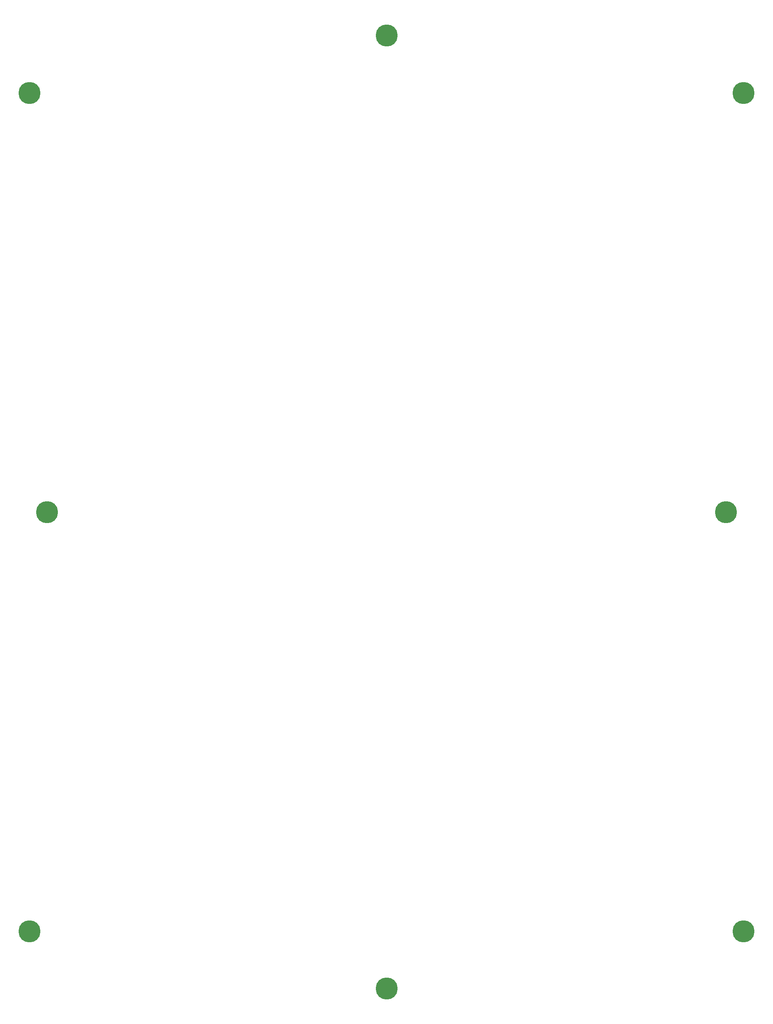
<source format=gbr>
%TF.GenerationSoftware,KiCad,Pcbnew,5.99.0-unknown-912657dd23~106~ubuntu20.04.1*%
%TF.CreationDate,2020-12-24T12:24:22-06:00*%
%TF.ProjectId,FlatAntPanel4x4_Reflector,466c6174-416e-4745-9061-6e656c347834,rev?*%
%TF.SameCoordinates,Original*%
%TF.FileFunction,Soldermask,Bot*%
%TF.FilePolarity,Negative*%
%FSLAX46Y46*%
G04 Gerber Fmt 4.6, Leading zero omitted, Abs format (unit mm)*
G04 Created by KiCad (PCBNEW 5.99.0-unknown-912657dd23~106~ubuntu20.04.1) date 2020-12-24 12:24:22*
%MOMM*%
%LPD*%
G01*
G04 APERTURE LIST*
%ADD10C,5.000000*%
%ADD11C,2.900000*%
G04 APERTURE END LIST*
D10*
%TO.C,H9*%
X93000000Y-221001000D03*
D11*
X93000000Y-221001000D03*
%TD*%
D10*
%TO.C,H10*%
X93000000Y-5001000D03*
D11*
X93000000Y-5001000D03*
%TD*%
D10*
%TO.C,H4*%
X174000000Y-208001000D03*
D11*
X174000000Y-208001000D03*
%TD*%
D10*
%TO.C,H3*%
X12000000Y-208001000D03*
D11*
X12000000Y-208001000D03*
%TD*%
D10*
%TO.C,H11*%
X16000000Y-113001000D03*
D11*
X16000000Y-113001000D03*
%TD*%
%TO.C,H12*%
X170000000Y-113001000D03*
D10*
X170000000Y-113001000D03*
%TD*%
%TO.C,H2*%
X174000000Y-18001000D03*
D11*
X174000000Y-18001000D03*
%TD*%
%TO.C,H1*%
X12000000Y-18001000D03*
D10*
X12000000Y-18001000D03*
%TD*%
M02*

</source>
